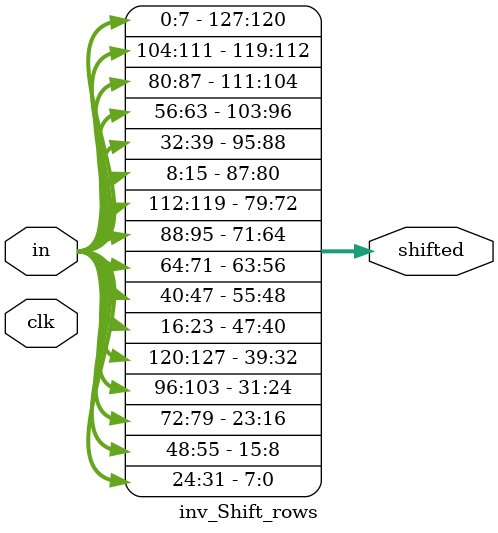
<source format=v>
module inv_Shift_rows (clk,in, shifted);
    input clk;
	input [0:127] in;
	output [0:127] shifted;
	
	// First row (r = 0) is not shifted
	assign shifted[0+:8] = in[0+:8];
	assign shifted[32+:8] = in[32+:8];
	assign shifted[64+:8] = in[64+:8];
   assign shifted[96+:8] = in[96+:8];
	
	// Second row (r = 1) is cyclically right shifted by 1 offset
   assign shifted[8+:8] = in[104+:8];
   assign shifted[40+:8] = in[8+:8];
   assign shifted[72+:8] = in[40+:8];
   assign shifted[104+:8] = in[72+:8];
	
	// Third row (r = 2) is cyclically right shifted by 2 offsets
   assign shifted[16+:8] = in[80+:8];
   assign shifted[48+:8] = in[112+:8];
   assign shifted[80+:8] = in[16+:8];
   assign shifted[112+:8] = in[48+:8];
	
	// Fourth row (r = 3) is cyclically right shifted by 3 offsets
   assign shifted[24+:8] = in[56+:8];
   assign shifted[56+:8] = in[88+:8];
   assign shifted[88+:8] = in[120+:8];
   assign shifted[120+:8] = in[24+:8];

endmodule
</source>
